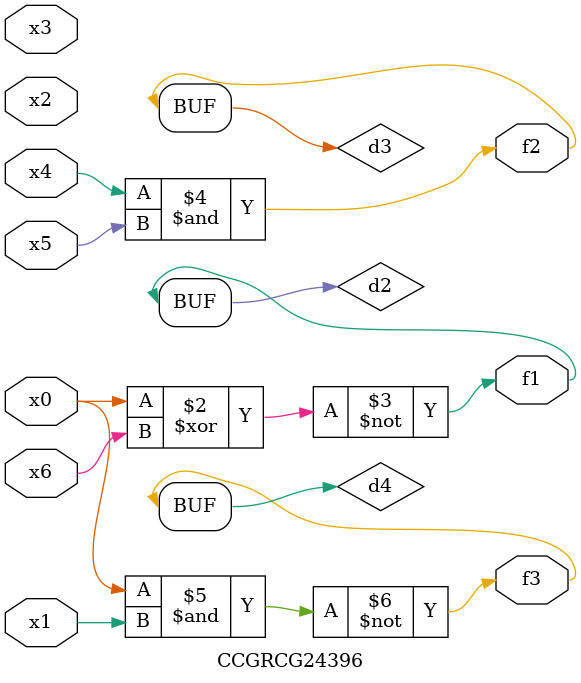
<source format=v>
module CCGRCG24396(
	input x0, x1, x2, x3, x4, x5, x6,
	output f1, f2, f3
);

	wire d1, d2, d3, d4;

	nor (d1, x0);
	xnor (d2, x0, x6);
	and (d3, x4, x5);
	nand (d4, x0, x1);
	assign f1 = d2;
	assign f2 = d3;
	assign f3 = d4;
endmodule

</source>
